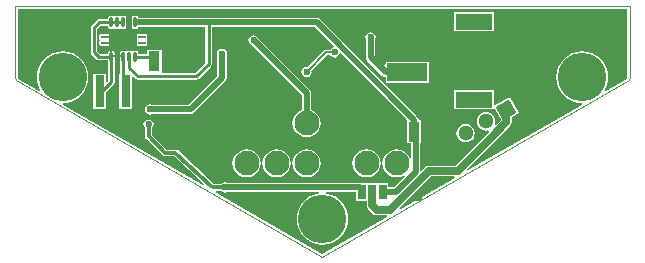
<source format=gbl>
G04*
G04 #@! TF.GenerationSoftware,Altium Limited,Altium Designer,22.4.2 (48)*
G04*
G04 Layer_Physical_Order=2*
G04 Layer_Color=16711680*
%FSLAX25Y25*%
%MOIN*%
G70*
G04*
G04 #@! TF.SameCoordinates,9DE54F71-11C6-4998-B53C-E160C00813D1*
G04*
G04*
G04 #@! TF.FilePolarity,Positive*
G04*
G01*
G75*
%ADD11C,0.00787*%
%ADD14C,0.00004*%
%ADD44P,0.07238X4X255.0*%
%ADD45C,0.05118*%
%ADD46C,0.06102*%
%ADD51C,0.02362*%
%ADD52C,0.01181*%
%ADD53C,0.01968*%
%ADD54C,0.00500*%
%ADD58C,0.16142*%
%ADD59C,0.08268*%
%ADD60C,0.01968*%
%ADD61R,0.03150X0.10630*%
%ADD62R,0.03740X0.06693*%
G04:AMPARAMS|DCode=63|XSize=11.02mil|YSize=33.47mil|CornerRadius=1.98mil|HoleSize=0mil|Usage=FLASHONLY|Rotation=0.000|XOffset=0mil|YOffset=0mil|HoleType=Round|Shape=RoundedRectangle|*
%AMROUNDEDRECTD63*
21,1,0.01102,0.02950,0,0,0.0*
21,1,0.00706,0.03347,0,0,0.0*
1,1,0.00397,0.00353,-0.01475*
1,1,0.00397,-0.00353,-0.01475*
1,1,0.00397,-0.00353,0.01475*
1,1,0.00397,0.00353,0.01475*
%
%ADD63ROUNDEDRECTD63*%
G04:AMPARAMS|DCode=64|XSize=64.96mil|YSize=94.49mil|CornerRadius=1.95mil|HoleSize=0mil|Usage=FLASHONLY|Rotation=90.000|XOffset=0mil|YOffset=0mil|HoleType=Round|Shape=RoundedRectangle|*
%AMROUNDEDRECTD64*
21,1,0.06496,0.09059,0,0,90.0*
21,1,0.06106,0.09449,0,0,90.0*
1,1,0.00390,0.04530,0.03053*
1,1,0.00390,0.04530,-0.03053*
1,1,0.00390,-0.04530,-0.03053*
1,1,0.00390,-0.04530,0.03053*
%
%ADD64ROUNDEDRECTD64*%
%ADD65R,0.13386X0.05906*%
%ADD66R,0.12205X0.05512*%
%ADD67R,0.02500X0.05000*%
%ADD68R,0.03740X0.06693*%
%ADD69C,0.01102*%
%ADD70C,0.02500*%
%ADD71R,0.02756X0.01102*%
%ADD72R,0.02756X0.01102*%
G36*
X259040Y78846D02*
X258868Y78208D01*
X251973Y74238D01*
X251600Y74600D01*
X252051Y75444D01*
X252541Y77060D01*
X252707Y78740D01*
X252541Y80420D01*
X252051Y82036D01*
X251255Y83525D01*
X250184Y84830D01*
X248879Y85901D01*
X247390Y86697D01*
X245775Y87187D01*
X244094Y87353D01*
X242414Y87187D01*
X240799Y86697D01*
X239310Y85901D01*
X238005Y84830D01*
X236934Y83525D01*
X236138Y82036D01*
X235648Y80420D01*
X235482Y78740D01*
X235648Y77060D01*
X236138Y75444D01*
X236934Y73955D01*
X238005Y72650D01*
X239310Y71579D01*
X240799Y70783D01*
X242414Y70293D01*
X243872Y70150D01*
X243983Y69636D01*
X205973Y47749D01*
X205669Y48145D01*
X214762Y57238D01*
X220081Y62557D01*
X220081Y62557D01*
X220468Y63136D01*
X220603Y63819D01*
Y65435D01*
X222998Y66817D01*
X219939Y72116D01*
X215102Y69323D01*
X214602Y69612D01*
Y74516D01*
X201397D01*
Y68004D01*
X214602D01*
Y68123D01*
X215102Y68257D01*
X217035Y64909D01*
Y64558D01*
X215411Y62934D01*
X214999Y63190D01*
X214982Y63212D01*
X215085Y64000D01*
X214980Y64799D01*
X214672Y65543D01*
X214182Y66182D01*
X213543Y66672D01*
X212799Y66980D01*
X212000Y67085D01*
X211201Y66980D01*
X210457Y66672D01*
X209818Y66182D01*
X209328Y65543D01*
X209020Y64799D01*
X208915Y64000D01*
X209020Y63201D01*
X209328Y62457D01*
X209818Y61818D01*
X210457Y61328D01*
X211201Y61020D01*
X212000Y60914D01*
X212788Y61018D01*
X212810Y61001D01*
X213066Y60589D01*
X212238Y59762D01*
X201761Y49284D01*
X193000D01*
X193000Y49284D01*
X192317Y49148D01*
X191738Y48762D01*
X191738Y48762D01*
X190475Y47499D01*
X190013Y47690D01*
Y56653D01*
X190382D01*
Y64346D01*
X189986D01*
X189525Y64488D01*
X189410Y65067D01*
X189082Y65558D01*
X189082Y65558D01*
X156585Y98055D01*
X156094Y98383D01*
X155515Y98499D01*
X155515Y98499D01*
X126102D01*
X125883Y98455D01*
X125664Y98499D01*
X96060D01*
X96011Y98747D01*
X95856Y98978D01*
X95625Y99133D01*
X95353Y99187D01*
X94647D01*
X94375Y99133D01*
X94144Y98978D01*
X93989Y98747D01*
X93935Y98475D01*
Y95525D01*
X93989Y95253D01*
X94144Y95022D01*
X94375Y94867D01*
X94647Y94813D01*
X95353D01*
X95625Y94867D01*
X95856Y95022D01*
X96011Y95253D01*
X96054Y95472D01*
X118428D01*
Y83444D01*
X115044Y80060D01*
X104320D01*
X103858Y80154D01*
Y87846D01*
X99118D01*
Y86458D01*
X96065D01*
Y86861D01*
X96011Y87133D01*
X95856Y87364D01*
X95625Y87519D01*
X95353Y87573D01*
X94647D01*
X94375Y87519D01*
X94144Y87364D01*
X93888D01*
X93657Y87519D01*
X93384Y87573D01*
X92679D01*
X92406Y87519D01*
X92175Y87364D01*
X91919D01*
X91688Y87519D01*
X91416Y87573D01*
X90710D01*
X90438Y87519D01*
X90207Y87364D01*
X90052Y87133D01*
X89998Y86861D01*
Y85421D01*
X89991Y85386D01*
Y79815D01*
X89756D01*
Y68185D01*
X93906D01*
Y78925D01*
X94367Y79117D01*
X95254Y78230D01*
X95254Y78230D01*
X95602Y77998D01*
X96012Y77916D01*
X115488D01*
X115488Y77916D01*
X115898Y77998D01*
X116246Y78230D01*
X120258Y82242D01*
X120258Y82242D01*
X120490Y82590D01*
X120572Y83000D01*
Y95472D01*
X125664D01*
X125883Y95516D01*
X126102Y95472D01*
X154888D01*
X161196Y89163D01*
X161032Y88621D01*
X160844Y88584D01*
X160288Y88212D01*
X160087Y87911D01*
X158677D01*
X158328Y87842D01*
X158033Y87644D01*
X152532Y82143D01*
X152177Y82214D01*
X151521Y82084D01*
X150965Y81712D01*
X150594Y81156D01*
X150463Y80500D01*
X150594Y79844D01*
X150965Y79288D01*
X151521Y78916D01*
X152177Y78786D01*
X152833Y78916D01*
X153389Y79288D01*
X153761Y79844D01*
X153891Y80500D01*
X153821Y80855D01*
X159055Y86089D01*
X160087D01*
X160288Y85788D01*
X160844Y85416D01*
X161500Y85286D01*
X162156Y85416D01*
X162712Y85788D01*
X163084Y86344D01*
X163121Y86532D01*
X163663Y86696D01*
X185751Y64609D01*
X185642Y64346D01*
X185642D01*
Y56653D01*
X186987D01*
Y51776D01*
X186487Y51676D01*
X186213Y52337D01*
X185470Y53305D01*
X184502Y54048D01*
X183375Y54515D01*
X182165Y54674D01*
X180956Y54515D01*
X179829Y54048D01*
X178860Y53305D01*
X178118Y52337D01*
X177651Y51210D01*
X177492Y50000D01*
X177651Y48790D01*
X178118Y47663D01*
X178860Y46695D01*
X179829Y45952D01*
X180956Y45485D01*
X182165Y45326D01*
X183375Y45485D01*
X184502Y45952D01*
X184944Y46291D01*
X185274Y45914D01*
X181373Y42013D01*
X179250D01*
Y43500D01*
X170037D01*
X169970Y43513D01*
X125761D01*
X125656Y43584D01*
X125000Y43714D01*
X124344Y43584D01*
X123788Y43212D01*
X123721Y43112D01*
X121297D01*
X121122Y43286D01*
X121103Y43299D01*
X121090Y43317D01*
X109170Y54317D01*
X109004Y54419D01*
X108842Y54527D01*
X108820Y54532D01*
X108800Y54544D01*
X108608Y54574D01*
X108416Y54612D01*
X105461D01*
X100612Y59461D01*
Y61721D01*
X100712Y61788D01*
X101084Y62344D01*
X101214Y63000D01*
X101084Y63656D01*
X100712Y64212D01*
X100156Y64584D01*
X99500Y64714D01*
X98844Y64584D01*
X98288Y64212D01*
X97916Y63656D01*
X97786Y63000D01*
X97916Y62344D01*
X98288Y61788D01*
X98388Y61721D01*
Y59000D01*
X98388Y59000D01*
X98473Y58574D01*
X98714Y58214D01*
X104214Y52714D01*
X104575Y52473D01*
X105000Y52388D01*
X105000Y52388D01*
X107982D01*
X118019Y43126D01*
X117721Y42720D01*
X70979Y69637D01*
X71090Y70150D01*
X72546Y70293D01*
X74162Y70783D01*
X75651Y71579D01*
X76956Y72650D01*
X78027Y73955D01*
X78823Y75444D01*
X79313Y77060D01*
X79479Y78740D01*
X79313Y80420D01*
X78823Y82036D01*
X78027Y83525D01*
X76956Y84830D01*
X75651Y85901D01*
X74162Y86697D01*
X72546Y87187D01*
X70866Y87353D01*
X69186Y87187D01*
X67570Y86697D01*
X66081Y85901D01*
X64776Y84830D01*
X63705Y83525D01*
X62909Y82036D01*
X62419Y80420D01*
X62254Y78740D01*
X62419Y77060D01*
X62909Y75444D01*
X63360Y74601D01*
X62986Y74239D01*
X56092Y78210D01*
X55921Y78846D01*
Y101559D01*
X259040Y101559D01*
Y78846D01*
D02*
G37*
G36*
X201604Y45233D02*
X183575Y34851D01*
X183271Y35248D01*
X193739Y45716D01*
X201475D01*
X201604Y45233D01*
D02*
G37*
G36*
X123788Y40788D02*
X124344Y40416D01*
X125000Y40286D01*
X125656Y40416D01*
X125761Y40487D01*
X156220D01*
X156244Y39987D01*
X155800Y39943D01*
X154184Y39453D01*
X152696Y38657D01*
X151391Y37586D01*
X150319Y36281D01*
X149524Y34792D01*
X149033Y33176D01*
X148868Y31496D01*
X149033Y29816D01*
X149524Y28200D01*
X150319Y26711D01*
X151391Y25406D01*
X152696Y24335D01*
X154184Y23539D01*
X155800Y23049D01*
X157480Y22884D01*
X159160Y23049D01*
X160776Y23539D01*
X162265Y24335D01*
X163570Y25406D01*
X164641Y26711D01*
X165437Y28200D01*
X165927Y29816D01*
X166093Y31496D01*
X165927Y33176D01*
X165437Y34792D01*
X164641Y36281D01*
X163570Y37586D01*
X162265Y38657D01*
X160776Y39453D01*
X159160Y39943D01*
X158716Y39987D01*
X158741Y40487D01*
X168750D01*
Y37500D01*
X172216D01*
Y36000D01*
X172352Y35317D01*
X172738Y34738D01*
X174238Y33238D01*
X174817Y32851D01*
X175500Y32716D01*
X178900D01*
X179029Y32233D01*
X157480Y19824D01*
X121741Y40405D01*
X121870Y40888D01*
X123721D01*
X123788Y40788D01*
D02*
G37*
%LPC*%
G36*
X91416Y99187D02*
X90710D01*
X90438Y99133D01*
X90207Y98978D01*
X89951D01*
X89720Y99133D01*
X89447Y99187D01*
X88742D01*
X88469Y99133D01*
X88238Y98978D01*
X87982D01*
X87751Y99133D01*
X87479Y99187D01*
X86773D01*
X86501Y99133D01*
X86270Y98978D01*
X86115Y98747D01*
X86061Y98475D01*
Y98072D01*
X83000D01*
X83000Y98072D01*
X82590Y97990D01*
X82242Y97758D01*
X80510Y96026D01*
X80278Y95678D01*
X80196Y95268D01*
X80196Y95268D01*
Y87000D01*
X80196Y87000D01*
X80278Y86590D01*
X80510Y86242D01*
X82124Y84628D01*
X82124Y84628D01*
X82472Y84396D01*
X82882Y84314D01*
X86054D01*
Y77633D01*
X85706Y77285D01*
X85244Y77476D01*
Y79815D01*
X81094D01*
Y68185D01*
X85244D01*
Y73791D01*
X87884Y76431D01*
X87884Y76431D01*
X88116Y76779D01*
X88198Y77189D01*
X88198Y77189D01*
Y85386D01*
X88191Y85421D01*
Y86861D01*
X88137Y87133D01*
X87982Y87364D01*
X87751Y87519D01*
X87479Y87573D01*
X86773D01*
X86501Y87519D01*
X86270Y87364D01*
X86115Y87133D01*
X86061Y86861D01*
Y86458D01*
X83326D01*
X82340Y87444D01*
Y94824D01*
X83444Y95928D01*
X86061D01*
Y95525D01*
X86115Y95253D01*
X86270Y95022D01*
X86501Y94867D01*
X86773Y94813D01*
X87479D01*
X87751Y94867D01*
X87982Y95022D01*
X88238D01*
X88469Y94867D01*
X88742Y94813D01*
X89447D01*
X89720Y94867D01*
X89951Y95022D01*
X90207D01*
X90438Y94867D01*
X90710Y94813D01*
X91416D01*
X91688Y94867D01*
X91919Y95022D01*
X92074Y95253D01*
X92128Y95525D01*
Y96965D01*
X92135Y97000D01*
X92128Y97035D01*
Y98475D01*
X92074Y98747D01*
X91919Y98978D01*
X91688Y99133D01*
X91416Y99187D01*
D02*
G37*
G36*
X214602Y100500D02*
X201398D01*
Y93988D01*
X214602D01*
Y100500D01*
D02*
G37*
G36*
X98543Y93270D02*
X95787D01*
X95404Y93111D01*
X95246Y92728D01*
Y91626D01*
X95248Y91619D01*
X95388Y91193D01*
X95248Y90767D01*
X95246Y90760D01*
Y89657D01*
X95404Y89275D01*
X95787Y89116D01*
X98543D01*
X98926Y89275D01*
X99084Y89657D01*
Y90760D01*
X99081Y90767D01*
X98942Y91193D01*
X99081Y91619D01*
X99084Y91626D01*
Y92728D01*
X98926Y93111D01*
X98543Y93270D01*
D02*
G37*
G36*
X86338D02*
X83582D01*
X83200Y93111D01*
X83041Y92728D01*
Y91626D01*
X83044Y91619D01*
X83183Y91193D01*
X83044Y90767D01*
X83041Y90760D01*
Y89657D01*
X83200Y89275D01*
X83582Y89116D01*
X86338D01*
X86721Y89275D01*
X86879Y89657D01*
Y90760D01*
X86876Y90767D01*
X86737Y91193D01*
X86876Y91619D01*
X86879Y91626D01*
Y92728D01*
X86721Y93111D01*
X86338Y93270D01*
D02*
G37*
G36*
X173500Y93714D02*
X172844Y93584D01*
X172288Y93212D01*
X171916Y92656D01*
X171786Y92000D01*
X171916Y91344D01*
X171987Y91239D01*
Y85319D01*
X171987Y85319D01*
X172102Y84740D01*
X172430Y84249D01*
X172430Y84249D01*
X177434Y79245D01*
X177434Y79245D01*
X177925Y78917D01*
X178504Y78802D01*
X178563Y78319D01*
Y76862D01*
X192949D01*
Y83768D01*
X178563D01*
Y83049D01*
X178101Y82858D01*
X175013Y85946D01*
Y91239D01*
X175084Y91344D01*
X175214Y92000D01*
X175084Y92656D01*
X174712Y93212D01*
X174156Y93584D01*
X173500Y93714D01*
D02*
G37*
G36*
X124000Y88214D02*
X123344Y88084D01*
X122788Y87712D01*
X122416Y87156D01*
X122286Y86500D01*
X122416Y85844D01*
X122487Y85739D01*
Y79127D01*
X112873Y69513D01*
X100761D01*
X100656Y69584D01*
X100000Y69714D01*
X99344Y69584D01*
X98788Y69212D01*
X98416Y68656D01*
X98286Y68000D01*
X98416Y67344D01*
X98788Y66788D01*
X99344Y66416D01*
X100000Y66286D01*
X100656Y66416D01*
X100761Y66487D01*
X113500D01*
X113500Y66487D01*
X114079Y66602D01*
X114570Y66930D01*
X125070Y77430D01*
X125070Y77430D01*
X125398Y77921D01*
X125513Y78500D01*
Y85739D01*
X125584Y85844D01*
X125714Y86500D01*
X125584Y87156D01*
X125212Y87712D01*
X124656Y88084D01*
X124000Y88214D01*
D02*
G37*
G36*
X134500Y92714D02*
X133844Y92584D01*
X133288Y92212D01*
X132916Y91656D01*
X132786Y91000D01*
X132916Y90344D01*
X133288Y89788D01*
X133844Y89416D01*
X133968Y89392D01*
X150652Y72708D01*
Y67775D01*
X149829Y67434D01*
X148861Y66691D01*
X148118Y65723D01*
X147651Y64596D01*
X147492Y63386D01*
X147651Y62176D01*
X148118Y61049D01*
X148861Y60081D01*
X149829Y59338D01*
X150956Y58871D01*
X152165Y58712D01*
X153375Y58871D01*
X154502Y59338D01*
X155470Y60081D01*
X156213Y61049D01*
X156680Y62176D01*
X156839Y63386D01*
X156680Y64596D01*
X156213Y65723D01*
X155470Y66691D01*
X154502Y67434D01*
X153679Y67775D01*
Y73335D01*
X153679Y73335D01*
X153563Y73914D01*
X153235Y74405D01*
X153235Y74405D01*
X136108Y91532D01*
X136084Y91656D01*
X135712Y92212D01*
X135156Y92584D01*
X134500Y92714D01*
D02*
G37*
G36*
X205181Y63148D02*
X204382Y63043D01*
X203638Y62735D01*
X202999Y62245D01*
X202509Y61606D01*
X202201Y60862D01*
X202096Y60063D01*
X202201Y59264D01*
X202509Y58520D01*
X202999Y57881D01*
X203638Y57391D01*
X204382Y57083D01*
X205181Y56977D01*
X205979Y57083D01*
X206724Y57391D01*
X207363Y57881D01*
X207853Y58520D01*
X208161Y59264D01*
X208266Y60063D01*
X208161Y60862D01*
X207853Y61606D01*
X207363Y62245D01*
X206724Y62735D01*
X205979Y63043D01*
X205181Y63148D01*
D02*
G37*
G36*
X172165Y54674D02*
X170956Y54515D01*
X169828Y54048D01*
X168860Y53305D01*
X168118Y52337D01*
X167651Y51210D01*
X167492Y50000D01*
X167651Y48790D01*
X168118Y47663D01*
X168860Y46695D01*
X169828Y45952D01*
X170956Y45485D01*
X172165Y45326D01*
X173375Y45485D01*
X174502Y45952D01*
X175470Y46695D01*
X176213Y47663D01*
X176680Y48790D01*
X176839Y50000D01*
X176680Y51210D01*
X176213Y52337D01*
X175470Y53305D01*
X174502Y54048D01*
X173375Y54515D01*
X172165Y54674D01*
D02*
G37*
G36*
X152165D02*
X150956Y54515D01*
X149829Y54048D01*
X148861Y53305D01*
X148118Y52337D01*
X147651Y51210D01*
X147492Y50000D01*
X147651Y48790D01*
X148118Y47663D01*
X148861Y46695D01*
X149829Y45952D01*
X150956Y45485D01*
X152165Y45326D01*
X153375Y45485D01*
X154502Y45952D01*
X155470Y46695D01*
X156213Y47663D01*
X156680Y48790D01*
X156839Y50000D01*
X156680Y51210D01*
X156213Y52337D01*
X155470Y53305D01*
X154502Y54048D01*
X153375Y54515D01*
X152165Y54674D01*
D02*
G37*
G36*
X142165D02*
X140956Y54515D01*
X139829Y54048D01*
X138860Y53305D01*
X138118Y52337D01*
X137651Y51210D01*
X137492Y50000D01*
X137651Y48790D01*
X138118Y47663D01*
X138860Y46695D01*
X139829Y45952D01*
X140956Y45485D01*
X142165Y45326D01*
X143375Y45485D01*
X144502Y45952D01*
X145470Y46695D01*
X146213Y47663D01*
X146680Y48790D01*
X146839Y50000D01*
X146680Y51210D01*
X146213Y52337D01*
X145470Y53305D01*
X144502Y54048D01*
X143375Y54515D01*
X142165Y54674D01*
D02*
G37*
G36*
X132165D02*
X130956Y54515D01*
X129829Y54048D01*
X128860Y53305D01*
X128118Y52337D01*
X127651Y51210D01*
X127492Y50000D01*
X127651Y48790D01*
X128118Y47663D01*
X128860Y46695D01*
X129829Y45952D01*
X130956Y45485D01*
X132165Y45326D01*
X133375Y45485D01*
X134502Y45952D01*
X135470Y46695D01*
X136213Y47663D01*
X136680Y48790D01*
X136839Y50000D01*
X136680Y51210D01*
X136213Y52337D01*
X135470Y53305D01*
X134502Y54048D01*
X133375Y54515D01*
X132165Y54674D01*
D02*
G37*
%LPD*%
D11*
X152177Y80500D02*
X158677Y87000D01*
X161500D01*
X142165Y48874D02*
Y50000D01*
X90999Y85693D02*
X87719D01*
X87063Y86349D01*
Y87661D01*
X87719Y88317D01*
X90999D01*
X90343Y89629D02*
X90999Y90285D01*
Y91597D01*
X90343Y92252D01*
X89687D01*
X89031Y91597D01*
Y90941D01*
Y91597D01*
X88375Y92252D01*
X87719D01*
X87063Y91597D01*
Y90285D01*
X87719Y89629D01*
D14*
X55404Y77680D02*
X157480Y18898D01*
X259557Y77679D01*
X259842Y78740D01*
Y102362D01*
X55118Y102362D02*
X259842Y102362D01*
X55118Y78740D02*
Y102362D01*
Y78740D02*
X55404Y77680D01*
D44*
X218819Y67937D02*
D03*
D45*
X212000Y64000D02*
D03*
X205181Y60063D02*
D03*
D46*
X225638Y71874D02*
D03*
X198362Y56126D02*
D03*
D51*
X152177Y80500D02*
D03*
X161500Y87000D02*
D03*
X225000Y86500D02*
D03*
X221000Y92500D02*
D03*
X134500Y91000D02*
D03*
X125000Y42000D02*
D03*
X124000Y86500D02*
D03*
X173500Y92000D02*
D03*
X130000Y100000D02*
D03*
X100000Y68000D02*
D03*
X145500Y29500D02*
D03*
X167543Y80968D02*
D03*
X164000D02*
D03*
X160457D02*
D03*
X167543Y77031D02*
D03*
X164000D02*
D03*
X160457D02*
D03*
X99500Y63000D02*
D03*
X102500Y62000D02*
D03*
X110000Y100500D02*
D03*
X173500Y99500D02*
D03*
X189500Y38500D02*
D03*
D52*
X120336Y42500D02*
X120836Y42000D01*
X125000D01*
X99500Y59000D02*
Y63000D01*
X105000Y53500D02*
X108416D01*
X120336Y42500D01*
X99500Y59000D02*
X105000Y53500D01*
D53*
X155515Y96985D02*
X188012Y64488D01*
Y60500D02*
Y64488D01*
X188500Y47000D02*
Y59512D01*
X182000Y40500D02*
X188500Y47000D01*
X177500Y40500D02*
X182000D01*
X126102Y96985D02*
X155515D01*
X96000D02*
X125664D01*
X134500Y91000D02*
X152165Y73335D01*
Y63386D02*
Y73335D01*
X125000Y42000D02*
X169970D01*
X100000Y68000D02*
X113500D01*
X124000Y78500D02*
Y86500D01*
X113500Y68000D02*
X124000Y78500D01*
X173500Y85319D02*
X178504Y80315D01*
X180611D01*
X173500Y85319D02*
Y92000D01*
D54*
X91063Y74768D02*
X91831Y74000D01*
X100102Y85386D02*
X101488Y84000D01*
X91831Y74000D02*
X92594Y74763D01*
X92681Y74850D02*
X92681Y74850D01*
X218000Y67118D02*
X218819Y67937D01*
D58*
X157480Y31496D02*
D03*
X70866Y78740D02*
D03*
X244094D02*
D03*
D59*
X132165Y50000D02*
D03*
X162165D02*
D03*
X172165D02*
D03*
X182165D02*
D03*
X142165D02*
D03*
X152165D02*
D03*
Y63386D02*
D03*
X162165D02*
D03*
D60*
X88110Y93161D02*
D03*
Y89224D02*
D03*
X94016D02*
D03*
Y93161D02*
D03*
X91063Y91193D02*
D03*
D61*
X91831Y74000D02*
D03*
X83169D02*
D03*
D62*
X112512Y84000D02*
D03*
X101488D02*
D03*
D63*
X95000Y97000D02*
D03*
X93032D02*
D03*
X91063D02*
D03*
X89095D02*
D03*
X87126D02*
D03*
Y85386D02*
D03*
X89095D02*
D03*
X91063D02*
D03*
X93032D02*
D03*
X95000D02*
D03*
D64*
X91063Y91193D02*
D03*
D65*
X185756Y80315D02*
D03*
X185756Y88189D02*
D03*
D66*
X208000Y71260D02*
D03*
X208000Y97244D02*
D03*
D67*
X170500Y40500D02*
D03*
X174000D02*
D03*
X177500D02*
D03*
D68*
X188012Y60500D02*
D03*
X176988D02*
D03*
D69*
X119500Y96985D02*
X125991D01*
X119500Y83000D02*
Y96985D01*
X187762Y60250D02*
X188500Y59512D01*
X187512Y60500D02*
X187762Y60250D01*
X115488Y78988D02*
X119500Y83000D01*
X96012Y78988D02*
X115488D01*
X93032Y81968D02*
X96012Y78988D01*
X93032Y81968D02*
X93032D01*
X93032D02*
Y85386D01*
X83000Y97000D02*
X87126D01*
X81268Y87000D02*
Y95268D01*
X83000Y97000D01*
X91063Y74768D02*
X91831Y74000D01*
X91063Y74768D02*
Y85386D01*
X87126Y77189D02*
Y85386D01*
X83937Y74000D02*
X87126Y77189D01*
X82882Y85386D02*
X87126D01*
X81268Y87000D02*
X82882Y85386D01*
X83169Y74000D02*
X83937D01*
X89095Y97000D02*
X91063D01*
X87126D02*
X89095D01*
X95000Y85386D02*
X100102D01*
D70*
X174000Y36000D02*
X175500Y34500D01*
X180000D01*
X193000Y47500D01*
X174000Y36000D02*
Y38500D01*
X193000Y47500D02*
X202500D01*
X218819Y63819D02*
Y67937D01*
X213500Y58500D02*
X218819Y63819D01*
X202500Y47500D02*
X213500Y58500D01*
X152165Y48665D02*
Y50000D01*
D71*
X84960Y90209D02*
D03*
Y92177D02*
D03*
D72*
X97165D02*
D03*
Y90209D02*
D03*
M02*

</source>
